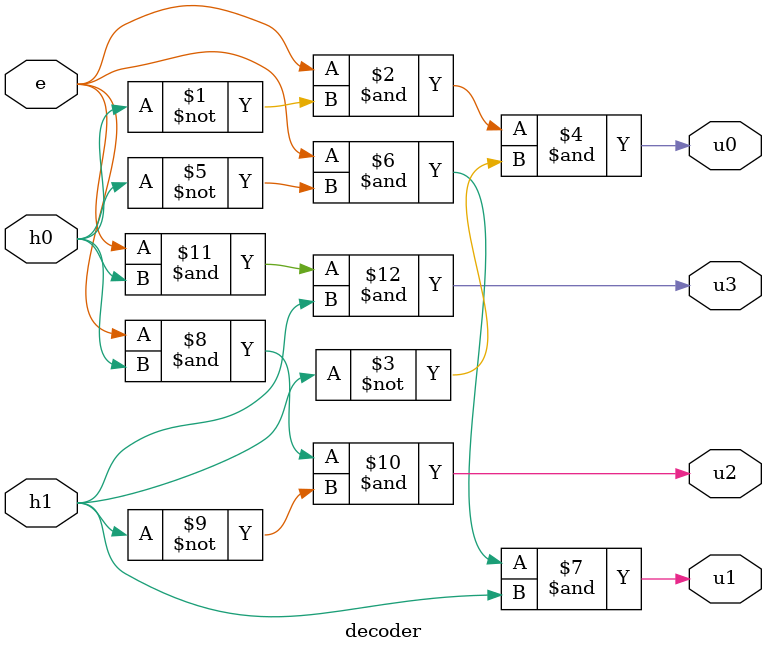
<source format=v>
module decoder (
    e,h0,h1,u0,u1,u2,u3
);
    input e,h0,h1;
    output u0,u1,u2,u3;

    assign u0=e&~h0&~h1;
    assign u1=e&~h0&h1;
    assign u2=e&h0&~h1;
    assign u3=e&h0&h1;

endmodule
</source>
